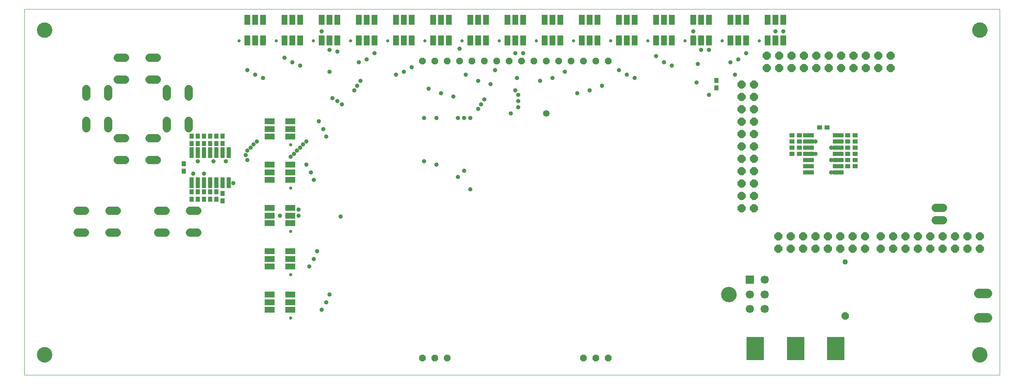
<source format=gts>
G75*
G70*
%OFA0B0*%
%FSLAX24Y24*%
%IPPOS*%
%LPD*%
%AMOC8*
5,1,8,0,0,1.08239X$1,22.5*
%
%ADD10C,0.0000*%
%ADD11C,0.1241*%
%ADD12OC8,0.0651*%
%ADD13OC8,0.0532*%
%ADD14C,0.0765*%
%ADD15C,0.0250*%
%ADD16R,0.0454X0.0847*%
%ADD17R,0.0662X0.0662*%
%ADD18C,0.0662*%
%ADD19R,0.0414X0.0375*%
%ADD20R,0.0847X0.0454*%
%ADD21C,0.0660*%
%ADD22R,0.0375X0.0414*%
%ADD23R,0.0860X0.0320*%
%ADD24R,0.0320X0.0860*%
%ADD25R,0.1399X0.1910*%
%ADD26C,0.0350*%
%ADD27C,0.0532*%
%ADD28OC8,0.0591*%
%ADD29C,0.0436*%
D10*
X005581Y003913D02*
X005581Y033472D01*
X084321Y033472D01*
X084321Y003913D01*
X005581Y003913D01*
X006615Y005538D02*
X006617Y005586D01*
X006623Y005634D01*
X006633Y005681D01*
X006646Y005727D01*
X006664Y005772D01*
X006684Y005816D01*
X006709Y005858D01*
X006737Y005897D01*
X006767Y005934D01*
X006801Y005968D01*
X006838Y006000D01*
X006876Y006029D01*
X006917Y006054D01*
X006960Y006076D01*
X007005Y006094D01*
X007051Y006108D01*
X007098Y006119D01*
X007146Y006126D01*
X007194Y006129D01*
X007242Y006128D01*
X007290Y006123D01*
X007338Y006114D01*
X007384Y006102D01*
X007429Y006085D01*
X007473Y006065D01*
X007515Y006042D01*
X007555Y006015D01*
X007593Y005985D01*
X007628Y005952D01*
X007660Y005916D01*
X007690Y005878D01*
X007716Y005837D01*
X007738Y005794D01*
X007758Y005750D01*
X007773Y005705D01*
X007785Y005658D01*
X007793Y005610D01*
X007797Y005562D01*
X007797Y005514D01*
X007793Y005466D01*
X007785Y005418D01*
X007773Y005371D01*
X007758Y005326D01*
X007738Y005282D01*
X007716Y005239D01*
X007690Y005198D01*
X007660Y005160D01*
X007628Y005124D01*
X007593Y005091D01*
X007555Y005061D01*
X007515Y005034D01*
X007473Y005011D01*
X007429Y004991D01*
X007384Y004974D01*
X007338Y004962D01*
X007290Y004953D01*
X007242Y004948D01*
X007194Y004947D01*
X007146Y004950D01*
X007098Y004957D01*
X007051Y004968D01*
X007005Y004982D01*
X006960Y005000D01*
X006917Y005022D01*
X006876Y005047D01*
X006838Y005076D01*
X006801Y005108D01*
X006767Y005142D01*
X006737Y005179D01*
X006709Y005218D01*
X006684Y005260D01*
X006664Y005304D01*
X006646Y005349D01*
X006633Y005395D01*
X006623Y005442D01*
X006617Y005490D01*
X006615Y005538D01*
X006615Y031788D02*
X006617Y031836D01*
X006623Y031884D01*
X006633Y031931D01*
X006646Y031977D01*
X006664Y032022D01*
X006684Y032066D01*
X006709Y032108D01*
X006737Y032147D01*
X006767Y032184D01*
X006801Y032218D01*
X006838Y032250D01*
X006876Y032279D01*
X006917Y032304D01*
X006960Y032326D01*
X007005Y032344D01*
X007051Y032358D01*
X007098Y032369D01*
X007146Y032376D01*
X007194Y032379D01*
X007242Y032378D01*
X007290Y032373D01*
X007338Y032364D01*
X007384Y032352D01*
X007429Y032335D01*
X007473Y032315D01*
X007515Y032292D01*
X007555Y032265D01*
X007593Y032235D01*
X007628Y032202D01*
X007660Y032166D01*
X007690Y032128D01*
X007716Y032087D01*
X007738Y032044D01*
X007758Y032000D01*
X007773Y031955D01*
X007785Y031908D01*
X007793Y031860D01*
X007797Y031812D01*
X007797Y031764D01*
X007793Y031716D01*
X007785Y031668D01*
X007773Y031621D01*
X007758Y031576D01*
X007738Y031532D01*
X007716Y031489D01*
X007690Y031448D01*
X007660Y031410D01*
X007628Y031374D01*
X007593Y031341D01*
X007555Y031311D01*
X007515Y031284D01*
X007473Y031261D01*
X007429Y031241D01*
X007384Y031224D01*
X007338Y031212D01*
X007290Y031203D01*
X007242Y031198D01*
X007194Y031197D01*
X007146Y031200D01*
X007098Y031207D01*
X007051Y031218D01*
X007005Y031232D01*
X006960Y031250D01*
X006917Y031272D01*
X006876Y031297D01*
X006838Y031326D01*
X006801Y031358D01*
X006767Y031392D01*
X006737Y031429D01*
X006709Y031468D01*
X006684Y031510D01*
X006664Y031554D01*
X006646Y031599D01*
X006633Y031645D01*
X006623Y031692D01*
X006617Y031740D01*
X006615Y031788D01*
X061865Y010413D02*
X061867Y010461D01*
X061873Y010509D01*
X061883Y010556D01*
X061896Y010602D01*
X061914Y010647D01*
X061934Y010691D01*
X061959Y010733D01*
X061987Y010772D01*
X062017Y010809D01*
X062051Y010843D01*
X062088Y010875D01*
X062126Y010904D01*
X062167Y010929D01*
X062210Y010951D01*
X062255Y010969D01*
X062301Y010983D01*
X062348Y010994D01*
X062396Y011001D01*
X062444Y011004D01*
X062492Y011003D01*
X062540Y010998D01*
X062588Y010989D01*
X062634Y010977D01*
X062679Y010960D01*
X062723Y010940D01*
X062765Y010917D01*
X062805Y010890D01*
X062843Y010860D01*
X062878Y010827D01*
X062910Y010791D01*
X062940Y010753D01*
X062966Y010712D01*
X062988Y010669D01*
X063008Y010625D01*
X063023Y010580D01*
X063035Y010533D01*
X063043Y010485D01*
X063047Y010437D01*
X063047Y010389D01*
X063043Y010341D01*
X063035Y010293D01*
X063023Y010246D01*
X063008Y010201D01*
X062988Y010157D01*
X062966Y010114D01*
X062940Y010073D01*
X062910Y010035D01*
X062878Y009999D01*
X062843Y009966D01*
X062805Y009936D01*
X062765Y009909D01*
X062723Y009886D01*
X062679Y009866D01*
X062634Y009849D01*
X062588Y009837D01*
X062540Y009828D01*
X062492Y009823D01*
X062444Y009822D01*
X062396Y009825D01*
X062348Y009832D01*
X062301Y009843D01*
X062255Y009857D01*
X062210Y009875D01*
X062167Y009897D01*
X062126Y009922D01*
X062088Y009951D01*
X062051Y009983D01*
X062017Y010017D01*
X061987Y010054D01*
X061959Y010093D01*
X061934Y010135D01*
X061914Y010179D01*
X061896Y010224D01*
X061883Y010270D01*
X061873Y010317D01*
X061867Y010365D01*
X061865Y010413D01*
X082115Y005538D02*
X082117Y005586D01*
X082123Y005634D01*
X082133Y005681D01*
X082146Y005727D01*
X082164Y005772D01*
X082184Y005816D01*
X082209Y005858D01*
X082237Y005897D01*
X082267Y005934D01*
X082301Y005968D01*
X082338Y006000D01*
X082376Y006029D01*
X082417Y006054D01*
X082460Y006076D01*
X082505Y006094D01*
X082551Y006108D01*
X082598Y006119D01*
X082646Y006126D01*
X082694Y006129D01*
X082742Y006128D01*
X082790Y006123D01*
X082838Y006114D01*
X082884Y006102D01*
X082929Y006085D01*
X082973Y006065D01*
X083015Y006042D01*
X083055Y006015D01*
X083093Y005985D01*
X083128Y005952D01*
X083160Y005916D01*
X083190Y005878D01*
X083216Y005837D01*
X083238Y005794D01*
X083258Y005750D01*
X083273Y005705D01*
X083285Y005658D01*
X083293Y005610D01*
X083297Y005562D01*
X083297Y005514D01*
X083293Y005466D01*
X083285Y005418D01*
X083273Y005371D01*
X083258Y005326D01*
X083238Y005282D01*
X083216Y005239D01*
X083190Y005198D01*
X083160Y005160D01*
X083128Y005124D01*
X083093Y005091D01*
X083055Y005061D01*
X083015Y005034D01*
X082973Y005011D01*
X082929Y004991D01*
X082884Y004974D01*
X082838Y004962D01*
X082790Y004953D01*
X082742Y004948D01*
X082694Y004947D01*
X082646Y004950D01*
X082598Y004957D01*
X082551Y004968D01*
X082505Y004982D01*
X082460Y005000D01*
X082417Y005022D01*
X082376Y005047D01*
X082338Y005076D01*
X082301Y005108D01*
X082267Y005142D01*
X082237Y005179D01*
X082209Y005218D01*
X082184Y005260D01*
X082164Y005304D01*
X082146Y005349D01*
X082133Y005395D01*
X082123Y005442D01*
X082117Y005490D01*
X082115Y005538D01*
X082115Y031788D02*
X082117Y031836D01*
X082123Y031884D01*
X082133Y031931D01*
X082146Y031977D01*
X082164Y032022D01*
X082184Y032066D01*
X082209Y032108D01*
X082237Y032147D01*
X082267Y032184D01*
X082301Y032218D01*
X082338Y032250D01*
X082376Y032279D01*
X082417Y032304D01*
X082460Y032326D01*
X082505Y032344D01*
X082551Y032358D01*
X082598Y032369D01*
X082646Y032376D01*
X082694Y032379D01*
X082742Y032378D01*
X082790Y032373D01*
X082838Y032364D01*
X082884Y032352D01*
X082929Y032335D01*
X082973Y032315D01*
X083015Y032292D01*
X083055Y032265D01*
X083093Y032235D01*
X083128Y032202D01*
X083160Y032166D01*
X083190Y032128D01*
X083216Y032087D01*
X083238Y032044D01*
X083258Y032000D01*
X083273Y031955D01*
X083285Y031908D01*
X083293Y031860D01*
X083297Y031812D01*
X083297Y031764D01*
X083293Y031716D01*
X083285Y031668D01*
X083273Y031621D01*
X083258Y031576D01*
X083238Y031532D01*
X083216Y031489D01*
X083190Y031448D01*
X083160Y031410D01*
X083128Y031374D01*
X083093Y031341D01*
X083055Y031311D01*
X083015Y031284D01*
X082973Y031261D01*
X082929Y031241D01*
X082884Y031224D01*
X082838Y031212D01*
X082790Y031203D01*
X082742Y031198D01*
X082694Y031197D01*
X082646Y031200D01*
X082598Y031207D01*
X082551Y031218D01*
X082505Y031232D01*
X082460Y031250D01*
X082417Y031272D01*
X082376Y031297D01*
X082338Y031326D01*
X082301Y031358D01*
X082267Y031392D01*
X082237Y031429D01*
X082209Y031468D01*
X082184Y031510D01*
X082164Y031554D01*
X082146Y031599D01*
X082133Y031645D01*
X082123Y031692D01*
X082117Y031740D01*
X082115Y031788D01*
D11*
X082706Y031788D03*
X062456Y010413D03*
X082706Y005538D03*
X007206Y005538D03*
X007206Y031788D03*
D12*
X063466Y027378D03*
X064466Y027378D03*
X064466Y026378D03*
X063466Y026378D03*
X063466Y025378D03*
X064466Y025378D03*
X064466Y024378D03*
X063466Y024378D03*
X063466Y023378D03*
X064466Y023378D03*
X064466Y022378D03*
X063466Y022378D03*
X063466Y021378D03*
X064466Y021378D03*
X064466Y020378D03*
X063466Y020378D03*
X063466Y019378D03*
X064466Y019378D03*
X064466Y018378D03*
X063466Y018378D03*
X063466Y017378D03*
X064466Y017378D03*
X066460Y015101D03*
X067460Y015101D03*
X068460Y015101D03*
X069460Y015101D03*
X070460Y015101D03*
X071460Y015101D03*
X072460Y015101D03*
X073460Y015101D03*
X074716Y015103D03*
X075716Y015103D03*
X076716Y015103D03*
X077716Y015103D03*
X078716Y015103D03*
X079716Y015103D03*
X080716Y015103D03*
X081716Y015103D03*
X082716Y015103D03*
X082716Y014103D03*
X081716Y014103D03*
X080716Y014103D03*
X079716Y014103D03*
X078716Y014103D03*
X077716Y014103D03*
X076716Y014103D03*
X075716Y014103D03*
X074716Y014103D03*
X073460Y014101D03*
X072460Y014101D03*
X071460Y014101D03*
X070460Y014101D03*
X069460Y014101D03*
X068460Y014101D03*
X067460Y014101D03*
X066460Y014101D03*
X066503Y028715D03*
X067503Y028715D03*
X068503Y028715D03*
X069503Y028715D03*
X070503Y028715D03*
X071503Y028715D03*
X072503Y028715D03*
X073503Y028715D03*
X074503Y028715D03*
X075503Y028715D03*
X075503Y029715D03*
X074503Y029715D03*
X073503Y029715D03*
X072503Y029715D03*
X071503Y029715D03*
X070503Y029715D03*
X069503Y029715D03*
X068503Y029715D03*
X067503Y029715D03*
X066503Y029715D03*
X065503Y029715D03*
X065503Y028715D03*
D13*
X052706Y029288D03*
X051706Y029288D03*
X050706Y029288D03*
X049706Y029288D03*
X048706Y029288D03*
X047706Y029288D03*
X046706Y029288D03*
X045706Y029288D03*
X044706Y029288D03*
X043706Y029288D03*
X042706Y029288D03*
X041706Y029288D03*
X040706Y029288D03*
X039706Y029288D03*
X038706Y029288D03*
X037706Y029288D03*
X037706Y005288D03*
X038706Y005288D03*
X039706Y005288D03*
X050706Y005288D03*
X051706Y005288D03*
X052706Y005288D03*
D14*
X082603Y008554D02*
X083308Y008554D01*
X083308Y010522D02*
X082603Y010522D01*
D15*
X064925Y030907D03*
X061925Y030907D03*
X058925Y030907D03*
X055925Y030907D03*
X052925Y030907D03*
X049925Y030907D03*
X046925Y030907D03*
X043925Y030907D03*
X040925Y030907D03*
X037925Y030907D03*
X034925Y030907D03*
X031925Y030907D03*
X028925Y030907D03*
X025925Y030907D03*
X022925Y030907D03*
X027087Y022507D03*
X027087Y019007D03*
X027087Y015507D03*
X027087Y012007D03*
X027087Y008507D03*
D16*
X027206Y030938D03*
X027836Y030938D03*
X029576Y030938D03*
X030206Y030938D03*
X030836Y030938D03*
X032576Y030938D03*
X033206Y030938D03*
X033836Y030938D03*
X035576Y030938D03*
X036206Y030938D03*
X036836Y030938D03*
X038576Y030938D03*
X039206Y030938D03*
X039836Y030938D03*
X041576Y030938D03*
X042206Y030938D03*
X042836Y030938D03*
X044576Y030938D03*
X045206Y030938D03*
X045836Y030938D03*
X047576Y030938D03*
X048206Y030938D03*
X048836Y030938D03*
X050576Y030938D03*
X051206Y030938D03*
X051836Y030938D03*
X053576Y030938D03*
X054206Y030938D03*
X054836Y030938D03*
X056576Y030938D03*
X057206Y030938D03*
X057836Y030938D03*
X059576Y030938D03*
X060206Y030938D03*
X060836Y030938D03*
X062576Y030938D03*
X063206Y030938D03*
X063836Y030938D03*
X065576Y030938D03*
X066206Y030938D03*
X066836Y030938D03*
X066836Y032618D03*
X066206Y032618D03*
X065576Y032618D03*
X063836Y032618D03*
X063206Y032618D03*
X062576Y032618D03*
X060836Y032618D03*
X060206Y032618D03*
X059576Y032618D03*
X057836Y032618D03*
X057206Y032618D03*
X056576Y032618D03*
X054836Y032618D03*
X054206Y032618D03*
X053576Y032618D03*
X051836Y032618D03*
X051206Y032618D03*
X050576Y032618D03*
X048836Y032618D03*
X048206Y032618D03*
X047576Y032618D03*
X045836Y032618D03*
X045206Y032618D03*
X044576Y032618D03*
X042836Y032618D03*
X042206Y032618D03*
X041576Y032618D03*
X039836Y032618D03*
X039206Y032618D03*
X038576Y032618D03*
X036836Y032618D03*
X036206Y032618D03*
X035576Y032618D03*
X033836Y032618D03*
X033206Y032618D03*
X032576Y032618D03*
X030836Y032618D03*
X030206Y032618D03*
X029576Y032618D03*
X027836Y032618D03*
X027206Y032618D03*
X026576Y032618D03*
X024836Y032618D03*
X024206Y032618D03*
X023576Y032618D03*
X023576Y030938D03*
X024206Y030938D03*
X024836Y030938D03*
X026576Y030938D03*
D17*
X064157Y011594D03*
D18*
X065338Y011594D03*
X065338Y010413D03*
X064157Y010413D03*
X064157Y009232D03*
X065338Y009232D03*
D19*
X072031Y020788D03*
X072031Y021288D03*
X072031Y021788D03*
X072631Y021788D03*
X072631Y021288D03*
X072631Y020788D03*
X072631Y022288D03*
X072631Y022788D03*
X072631Y023288D03*
X072031Y023288D03*
X072031Y022788D03*
X072031Y022288D03*
X070381Y023913D03*
X069781Y023913D03*
X068131Y023288D03*
X068131Y022788D03*
X068131Y022288D03*
X067531Y022288D03*
X067531Y022788D03*
X067531Y023288D03*
X067531Y021788D03*
X068131Y021788D03*
D20*
X027056Y020918D03*
X027056Y020288D03*
X027056Y019658D03*
X025376Y019658D03*
X025376Y020288D03*
X025376Y020918D03*
X025376Y023158D03*
X025376Y023788D03*
X025376Y024418D03*
X027056Y024418D03*
X027056Y023788D03*
X027056Y023158D03*
X027056Y017418D03*
X027056Y016788D03*
X027056Y016158D03*
X025376Y016158D03*
X025376Y016788D03*
X025376Y017418D03*
X025376Y013918D03*
X025376Y013288D03*
X025376Y012658D03*
X027056Y012658D03*
X027056Y013288D03*
X027056Y013918D03*
X027056Y010418D03*
X027056Y009788D03*
X027056Y009158D03*
X025376Y009158D03*
X025376Y009788D03*
X025376Y010418D03*
D21*
X019536Y015398D02*
X018936Y015398D01*
X016976Y015398D02*
X016376Y015398D01*
X016376Y017178D02*
X016976Y017178D01*
X018936Y017178D02*
X019536Y017178D01*
X013036Y017178D02*
X012436Y017178D01*
X010476Y017178D02*
X009876Y017178D01*
X009876Y015398D02*
X010476Y015398D01*
X012436Y015398D02*
X013036Y015398D01*
X013126Y021273D02*
X013726Y021273D01*
X015686Y021273D02*
X016286Y021273D01*
X016286Y023053D02*
X015686Y023053D01*
X017066Y023833D02*
X017066Y024433D01*
X018846Y024433D02*
X018846Y023833D01*
X013726Y023053D02*
X013126Y023053D01*
X012346Y023833D02*
X012346Y024433D01*
X010566Y024433D02*
X010566Y023833D01*
X010566Y026393D02*
X010566Y026993D01*
X012346Y026993D02*
X012346Y026393D01*
X013126Y027773D02*
X013726Y027773D01*
X015686Y027773D02*
X016286Y027773D01*
X017066Y026993D02*
X017066Y026393D01*
X018846Y026393D02*
X018846Y026993D01*
X016286Y029553D02*
X015686Y029553D01*
X013726Y029553D02*
X013126Y029553D01*
X079156Y017413D02*
X079756Y017413D01*
X079756Y016413D02*
X079156Y016413D01*
D22*
X061456Y027113D03*
X061456Y027713D03*
X021581Y023213D03*
X021081Y023213D03*
X020581Y023213D03*
X020081Y023213D03*
X019581Y023213D03*
X019081Y023213D03*
X019081Y022613D03*
X019581Y022613D03*
X020081Y022613D03*
X020581Y022613D03*
X021081Y022613D03*
X021581Y022613D03*
X018456Y020963D03*
X018456Y020363D03*
X019081Y018713D03*
X019581Y018713D03*
X020081Y018713D03*
X020581Y018713D03*
X021081Y018713D03*
X021581Y018588D03*
X021581Y017988D03*
X021081Y018113D03*
X020581Y018113D03*
X020081Y018113D03*
X019581Y018113D03*
X019081Y018113D03*
D23*
X068871Y020288D03*
X068871Y020788D03*
X068871Y021288D03*
X068871Y021788D03*
X068871Y022288D03*
X068871Y022788D03*
X068871Y023288D03*
X071291Y023288D03*
X071291Y022788D03*
X071291Y022288D03*
X071291Y021788D03*
X071291Y021288D03*
X071291Y020788D03*
X071291Y020288D03*
D24*
X022081Y019453D03*
X021581Y019453D03*
X021081Y019453D03*
X020581Y019453D03*
X020081Y019453D03*
X019581Y019453D03*
X019081Y019453D03*
X019081Y021873D03*
X019581Y021873D03*
X020081Y021873D03*
X020581Y021873D03*
X021081Y021873D03*
X021581Y021873D03*
X022081Y021873D03*
D25*
X064581Y006038D03*
X067831Y006038D03*
X071081Y006038D03*
D26*
X070706Y020288D03*
X070706Y021288D03*
X069456Y021788D03*
X070706Y022288D03*
X069456Y022788D03*
X060831Y026538D03*
X059831Y027538D03*
X059956Y029038D03*
X057831Y028913D03*
X057206Y029163D03*
X056581Y029663D03*
X054831Y027913D03*
X054206Y028163D03*
X053581Y028538D03*
X052206Y027288D03*
X051206Y026913D03*
X050206Y026663D03*
X048206Y027913D03*
X047206Y027663D03*
X045331Y027913D03*
X043581Y028538D03*
X043206Y027413D03*
X042206Y027663D03*
X041206Y028163D03*
X039206Y026663D03*
X040206Y026413D03*
X038206Y027038D03*
X036206Y028413D03*
X035581Y028163D03*
X036831Y028788D03*
X033831Y029913D03*
X033206Y029413D03*
X032581Y029163D03*
X030831Y030038D03*
X030206Y030163D03*
X027831Y028913D03*
X027206Y029163D03*
X026581Y029538D03*
X023581Y028538D03*
X024206Y028163D03*
X024831Y027913D03*
X030206Y028413D03*
X032456Y027288D03*
X032706Y027663D03*
X032206Y026913D03*
X031206Y025788D03*
X030831Y026038D03*
X030456Y026288D03*
X029331Y024413D03*
X029706Y023788D03*
X029956Y023163D03*
X028331Y022788D03*
X028081Y022538D03*
X027831Y022288D03*
X027581Y022038D03*
X027331Y021788D03*
X027081Y021538D03*
X028331Y020913D03*
X028706Y020288D03*
X028956Y019663D03*
X027706Y017288D03*
X027706Y016788D03*
X026206Y016788D03*
X031113Y016695D03*
X029206Y013913D03*
X028956Y013288D03*
X028581Y012663D03*
X030206Y010413D03*
X029956Y009788D03*
X029581Y009163D03*
X041581Y018913D03*
X040581Y019913D03*
X041081Y020413D03*
X038831Y020913D03*
X037831Y021163D03*
X037831Y024663D03*
X038831Y024663D03*
X040581Y024663D03*
X041081Y024663D03*
X041581Y024663D03*
X042206Y025413D03*
X042456Y025788D03*
X042706Y026163D03*
X044831Y025038D03*
X045456Y025538D03*
X045456Y026038D03*
X045456Y026538D03*
X045206Y026913D03*
X049206Y028413D03*
X045831Y029913D03*
X045206Y029913D03*
X040706Y030288D03*
X029581Y031663D03*
X024331Y022788D03*
X024081Y022538D03*
X023831Y022288D03*
X023581Y022038D03*
X023456Y021663D03*
X023581Y021288D03*
X021831Y021163D03*
X020831Y021163D03*
X020081Y020163D03*
X019206Y020163D03*
X019581Y021163D03*
X022456Y019413D03*
X059581Y031663D03*
X060206Y030163D03*
X060831Y030163D03*
X062581Y029163D03*
X063206Y029413D03*
X063831Y029913D03*
X062956Y028163D03*
X066206Y031663D03*
X066831Y031663D03*
D27*
X047706Y025038D03*
D28*
X071831Y008663D03*
D29*
X071831Y013038D03*
M02*

</source>
